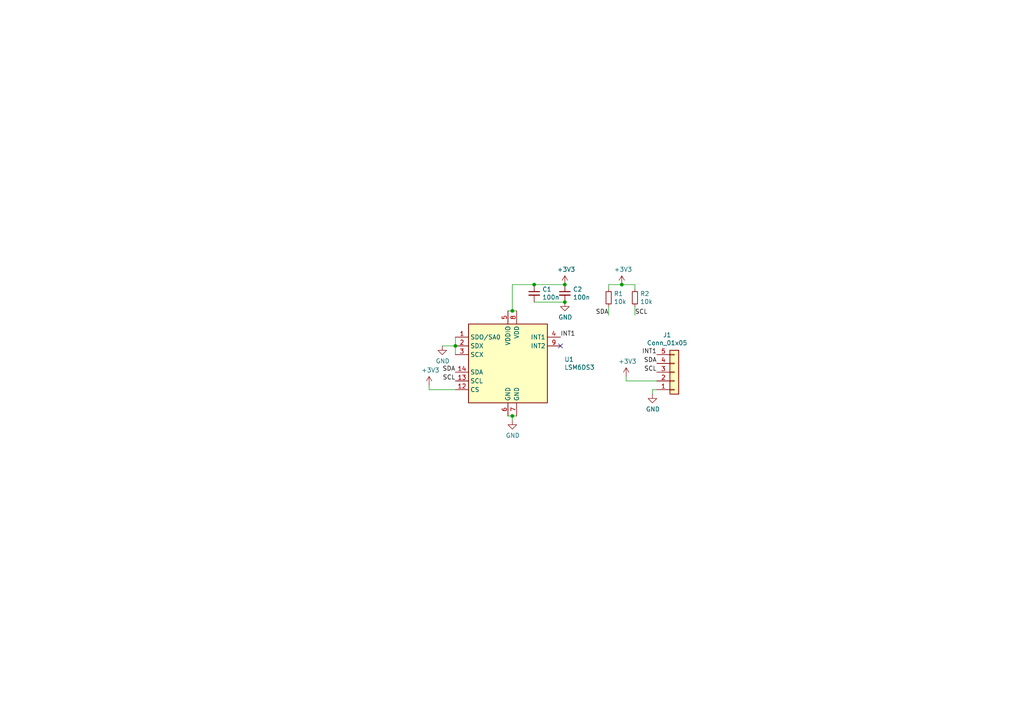
<source format=kicad_sch>
(kicad_sch (version 20230121) (generator eeschema)
  (paper "A4")
  (lib_symbols
    (symbol "Connector_Generic:Conn_01x05" (pin_names (offset 1.016) hide)
      (property "Reference" "J" (at 0 7.62 0))
      (property "Value" "Conn_01x05" (at 0 -7.62 0))
      (symbol "Conn_01x05_1_1"
        (rectangle (start -1.27 -4.953) (end 0 -5.207) (stroke (width 0.1524)))
        (rectangle (start -1.27 -2.413) (end 0 -2.667) (stroke (width 0.1524)))
        (rectangle (start -1.27 0.127) (end 0 -0.127) (stroke (width 0.1524)))
        (rectangle (start -1.27 2.667) (end 0 2.413) (stroke (width 0.1524)))
        (rectangle (start -1.27 5.207) (end 0 4.953) (stroke (width 0.1524)))
        (rectangle (start -1.27 6.35) (end 1.27 -6.35) (stroke (width 0.254)) (fill (type background)))
        (pin passive line (at -5.08 5.08 0) (length 3.81) (name "Pin_1") (number "1"))
        (pin passive line (at -5.08 2.54 0) (length 3.81) (name "Pin_2") (number "2"))
        (pin passive line (at -5.08 0 0) (length 3.81) (name "Pin_3") (number "3"))
        (pin passive line (at -5.08 -2.54 0) (length 3.81) (name "Pin_4") (number "4"))
        (pin passive line (at -5.08 -5.08 0) (length 3.81) (name "Pin_5") (number "5"))
      )
    )
    (symbol "Device:C_Small" (pin_numbers hide) (pin_names (offset 0.254) hide)
      (property "Reference" "C" (at 0.254 1.778 0))
      (property "Value" "C_Small" (at 0.254 -2.032 0))
      (symbol "C_Small_0_1"
        (polyline (pts (xy -1.524 -0.508) (xy 1.524 -0.508)) (stroke (width 0.3302)))
        (polyline (pts (xy -1.524 0.508) (xy 1.524 0.508)) (stroke (width 0.3048)))
      )
      (symbol "C_Small_1_1"
        (pin passive line (at 0 2.54 270) (length 2.032) (name "~") (number "1"))
        (pin passive line (at 0 -2.54 90) (length 2.032) (name "~") (number "2"))
      )
    )
    (symbol "Device:R_Small" (pin_numbers hide) (pin_names (offset 0.254) hide)
      (property "Reference" "R" (at 0.762 0.508 0))
      (property "Value" "R_Small" (at 0.762 -1.016 0))
      (symbol "R_Small_0_1"
        (rectangle (start -0.762 1.778) (end 0.762 -1.778) (stroke (width 0.2032)))
      )
      (symbol "R_Small_1_1"
        (pin passive line (at 0 2.54 270) (length 0.762) (name "~") (number "1"))
        (pin passive line (at 0 -2.54 90) (length 0.762) (name "~") (number "2"))
      )
    )
    (symbol "Sensor_Motion:LSM6DS3"
      (property "Reference" "U" (at -11.43 15.24 0))
      (property "Value" "LSM6DS3" (at -11.43 12.7 0))
      (symbol "LSM6DS3_0_1"
        (rectangle (start 11.43 11.43) (end -11.43 -11.43) (stroke (width 0.254)) (fill (type background)))
      )
      (symbol "LSM6DS3_1_1"
        (pin bidirectional line (at -15.24 7.62 0) (length 3.81) (name "SDO/SA0") (number "1"))
        (pin no_connect line (at 10.16 -5.08 180) (length 3.81) hide (name "NC") (number "10"))
        (pin no_connect line (at 10.16 -2.54 180) (length 3.81) hide (name "NC") (number "11"))
        (pin input line (at -15.24 -7.62 0) (length 3.81) (name "CS") (number "12"))
        (pin input line (at -15.24 -5.08 0) (length 3.81) (name "SCL") (number "13"))
        (pin bidirectional line (at -15.24 -2.54 0) (length 3.81) (name "SDA") (number "14"))
        (pin bidirectional line (at -15.24 5.08 0) (length 3.81) (name "SDX") (number "2"))
        (pin input line (at -15.24 2.54 0) (length 3.81) (name "SCX") (number "3"))
        (pin output line (at 15.24 7.62 180) (length 3.81) (name "INT1") (number "4"))
        (pin power_in line (at 0 15.24 270) (length 3.81) (name "VDDIO") (number "5"))
        (pin power_in line (at 0 -15.24 90) (length 3.81) (name "GND") (number "6"))
        (pin power_in line (at 2.54 -15.24 90) (length 3.81) (name "GND") (number "7"))
        (pin power_in line (at 2.54 15.24 270) (length 3.81) (name "VDD") (number "8"))
        (pin output line (at 15.24 5.08 180) (length 3.81) (name "INT2") (number "9"))
      )
    )
    (symbol "power:+3V3" (power) (pin_names (offset 0))
      (property "Value" "+3V3" (at 0 3.556 0))
      (symbol "+3V3_0_1"
        (polyline (pts (xy -0.762 1.27) (xy 0 2.54)))
        (polyline (pts (xy 0 0) (xy 0 2.54)))
        (polyline (pts (xy 0 2.54) (xy 0.762 1.27)))
      )
      (symbol "+3V3_1_1"
        (pin power_in line (at 0 0 90) (length 0) hide (name "+3V3") (number "1"))
      )
    )
    (symbol "power:GND" (power) (pin_names (offset 0))
      (property "Value" "GND" (at 0 -3.81 0))
      (symbol "GND_0_1"
        (polyline (pts (xy 0 0) (xy 0 -1.27) (xy 1.27 -1.27) (xy 0 -2.54) (xy -1.27 -1.27) (xy 0 -1.27)))
      )
      (symbol "GND_1_1"
        (pin power_in line (at 0 0 270) (length 0) hide (name "GND") (number "1"))
      )
    )
  )
  (junction (at 132.08 100.33))
  (junction (at 148.59 90.17))
  (junction (at 180.34 82.55))
  (junction (at 154.94 82.55))
  (junction (at 148.59 120.65))
  (junction (at 163.83 82.55))
  (junction (at 163.83 87.63))
  (no_connect (at 162.56 100.33))
  (wire (pts (xy 184.15 82.55) (xy 184.15 83.82)))
  (wire (pts (xy 181.61 109.22) (xy 181.61 110.49)))
  (wire (pts (xy 132.08 100.33) (xy 132.08 97.79)))
  (wire (pts (xy 176.53 88.9) (xy 176.53 91.44)))
  (wire (pts (xy 176.53 83.82) (xy 176.53 82.55)))
  (wire (pts (xy 148.59 121.92) (xy 148.59 120.65)))
  (wire (pts (xy 189.23 114.3) (xy 189.23 113.03)))
  (wire (pts (xy 147.32 90.17) (xy 148.59 90.17)))
  (wire (pts (xy 181.61 110.49) (xy 190.5 110.49)))
  (wire (pts (xy 132.08 100.33) (xy 128.27 100.33)))
  (wire (pts (xy 124.46 113.03) (xy 132.08 113.03)))
  (wire (pts (xy 180.34 82.55) (xy 184.15 82.55)))
  (wire (pts (xy 189.23 113.03) (xy 190.5 113.03)))
  (wire (pts (xy 148.59 120.65) (xy 149.86 120.65)))
  (wire (pts (xy 148.59 82.55) (xy 154.94 82.55)))
  (wire (pts (xy 132.08 102.87) (xy 132.08 100.33)))
  (wire (pts (xy 148.59 90.17) (xy 149.86 90.17)))
  (wire (pts (xy 148.59 90.17) (xy 148.59 82.55)))
  (wire (pts (xy 176.53 82.55) (xy 180.34 82.55)))
  (wire (pts (xy 184.15 88.9) (xy 184.15 91.44)))
  (wire (pts (xy 147.32 120.65) (xy 148.59 120.65)))
  (wire (pts (xy 154.94 87.63) (xy 163.83 87.63)))
  (wire (pts (xy 154.94 82.55) (xy 163.83 82.55)))
  (wire (pts (xy 124.46 111.76) (xy 124.46 113.03)))
  (label "SCL" (at 184.15 91.44 0))
  (label "SDA" (at 190.5 105.41 180))
  (label "SDA" (at 176.53 91.44 180))
  (label "INT1" (at 162.56 97.79 0))
  (label "SDA" (at 132.08 107.95 180))
  (label "INT1" (at 190.5 102.87 180))
  (label "SCL" (at 132.08 110.49 180))
  (label "SCL" (at 190.5 107.95 180))
  (symbol (lib_id "Sensor_Motion:LSM6DS3") (at 147.32 105.41 0) (unit 1)
    (property "Reference" "U1" (at 163.6776 104.2416 0) (effects (justify left)))
    (property "Value" "LSM6DS3" (at 163.6776 106.553 0) (effects (justify left)))
    (property "Footprint" "digikey-footprints:LGA-14L_2.5x3mm__LSM6DS3" (effects hide))
    (property "Datasheet" "www.st.com/resource/en/datasheet/lsm6ds3.pdf" (effects hide))
  )
  (symbol (lib_id "Device:C_Small") (at 154.94 85.09 0) (unit 1)
    (property "Reference" "C1" (at 157.2768 83.9216 0) (effects (justify left)))
    (property "Value" "100n" (at 157.2768 86.233 0) (effects (justify left)))
    (property "Footprint" "Capacitor_SMD:C_0603_1608Metric" (effects hide))
  )
  (symbol (lib_id "Device:C_Small") (at 163.83 85.09 0) (unit 1)
    (property "Reference" "C2" (at 166.1668 83.9216 0) (effects (justify left)))
    (property "Value" "100n" (at 166.1668 86.233 0) (effects (justify left)))
    (property "Footprint" "Capacitor_SMD:C_0603_1608Metric" (effects hide))
  )
  (symbol (lib_id "power:GND") (at 163.83 87.63 0) (unit 1)
    (property "Reference" "#PWR0101" (effects hide))
    (property "Value" "GND" (at 163.957 92.0242 0))
  )
  (symbol (lib_id "power:+3V3") (at 163.83 82.55 0) (unit 1)
    (property "Reference" "#PWR0102" (effects hide))
    (property "Value" "+3V3" (at 164.211 78.1558 0))
  )
  (symbol (lib_id "power:GND") (at 148.59 121.92 0) (unit 1)
    (property "Reference" "#PWR0103" (effects hide))
    (property "Value" "GND" (at 148.717 126.3142 0))
  )
  (symbol (lib_id "power:GND") (at 128.27 100.33 0) (unit 1)
    (property "Reference" "#PWR0104" (effects hide))
    (property "Value" "GND" (at 128.397 104.7242 0))
  )
  (symbol (lib_id "power:+3V3") (at 124.46 111.76 0) (unit 1)
    (property "Reference" "#PWR0105" (effects hide))
    (property "Value" "+3V3" (at 124.841 107.3658 0))
  )
  (symbol (lib_id "power:GND") (at 189.23 114.3 0) (unit 1)
    (property "Reference" "#PWR0106" (effects hide))
    (property "Value" "GND" (at 189.357 118.6942 0))
  )
  (symbol (lib_id "power:+3V3") (at 181.61 109.22 0) (unit 1)
    (property "Reference" "#PWR0107" (effects hide))
    (property "Value" "+3V3" (at 181.991 104.8258 0))
  )
  (symbol (lib_id "Device:R_Small") (at 176.53 86.36 0) (unit 1)
    (property "Reference" "R1" (at 178.0286 85.1916 0) (effects (justify left)))
    (property "Value" "10k" (at 178.0286 87.503 0) (effects (justify left)))
    (property "Footprint" "Resistor_SMD:R_0603_1608Metric" (effects hide))
  )
  (symbol (lib_id "Device:R_Small") (at 184.15 86.36 0) (unit 1)
    (property "Reference" "R2" (at 185.6486 85.1916 0) (effects (justify left)))
    (property "Value" "10k" (at 185.6486 87.503 0) (effects (justify left)))
    (property "Footprint" "Resistor_SMD:R_0603_1608Metric" (effects hide))
  )
  (symbol (lib_id "power:+3V3") (at 180.34 82.55 0) (unit 1)
    (property "Reference" "#PWR0108" (effects hide))
    (property "Value" "+3V3" (at 180.721 78.1558 0))
  )
  (symbol (lib_id "Connector_Generic:Conn_01x05") (at 195.58 107.95 0) (mirror x) (unit 1)
    (property "Reference" "J1" (at 193.4972 97.155 0))
    (property "Value" "Conn_01x05" (at 193.4972 99.4664 0))
    (property "Footprint" "Connector_PinHeader_2.54mm:PinHeader_1x05_P2.54mm_Vertical" (effects hide))
  )
)
</source>
